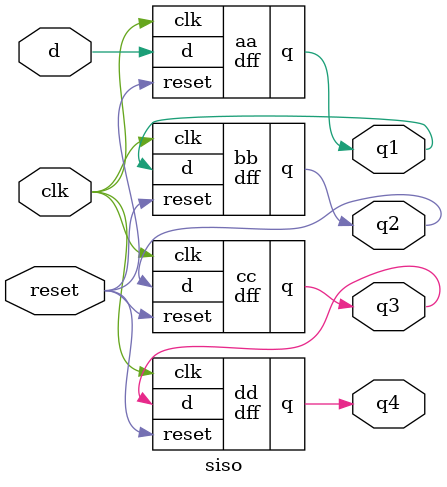
<source format=v>
module dff(d, clk, reset, q);
    input d, clk, reset;
    output q;
    reg q = 0;
    always @ (posedge clk)
    begin
        if(reset == 1'b1)
            q <= 1'b0;
        else
        begin
            q <= d;
        end
    end
endmodule 

module siso(d, clk, reset, q1, q2, q3, q4);
    input d, clk, reset;
    output q1, q2, q3, q4;
    dff aa(d, clk,reset, q1);
    dff bb(q1, clk,reset, q2);
    dff cc(q2, clk,reset, q3);
    dff dd(q3, clk,reset, q4); 
endmodule

</source>
